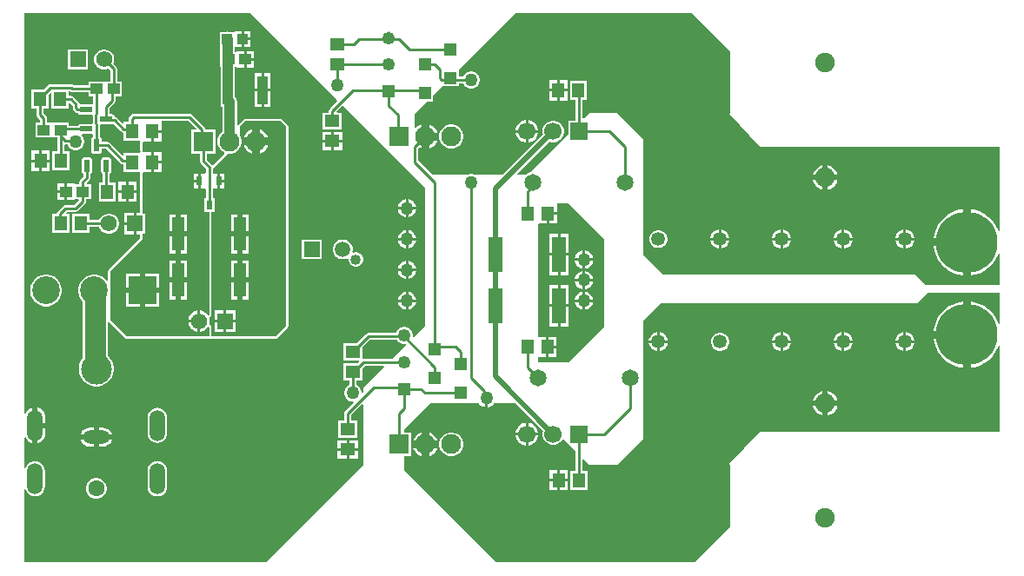
<source format=gbr>
%TF.GenerationSoftware,Altium Limited,Altium Designer,21.2.1 (34)*%
G04 Layer_Physical_Order=1*
G04 Layer_Color=255*
%FSLAX26Y26*%
%MOIN*%
%TF.SameCoordinates,2E7F18B9-7671-40DC-A7DD-494BE6684AB2*%
%TF.FilePolarity,Positive*%
%TF.FileFunction,Copper,L1,Top,Signal*%
%TF.Part,Single*%
G01*
G75*
%TA.AperFunction,SMDPad,CuDef*%
%ADD10R,0.049533X0.057564*%
G04:AMPARAMS|DCode=11|XSize=49.606mil|YSize=23.228mil|CornerRadius=2.904mil|HoleSize=0mil|Usage=FLASHONLY|Rotation=90.000|XOffset=0mil|YOffset=0mil|HoleType=Round|Shape=RoundedRectangle|*
%AMROUNDEDRECTD11*
21,1,0.049606,0.017421,0,0,90.0*
21,1,0.043799,0.023228,0,0,90.0*
1,1,0.005807,0.008711,0.021900*
1,1,0.005807,0.008711,-0.021900*
1,1,0.005807,-0.008711,-0.021900*
1,1,0.005807,-0.008711,0.021900*
%
%ADD11ROUNDEDRECTD11*%
%ADD12R,0.047500X0.041662*%
G04:AMPARAMS|DCode=13|XSize=49.606mil|YSize=23.228mil|CornerRadius=2.904mil|HoleSize=0mil|Usage=FLASHONLY|Rotation=0.000|XOffset=0mil|YOffset=0mil|HoleType=Round|Shape=RoundedRectangle|*
%AMROUNDEDRECTD13*
21,1,0.049606,0.017421,0,0,0.0*
21,1,0.043799,0.023228,0,0,0.0*
1,1,0.005807,0.021900,-0.008711*
1,1,0.005807,-0.021900,-0.008711*
1,1,0.005807,-0.021900,0.008711*
1,1,0.005807,0.021900,0.008711*
%
%ADD13ROUNDEDRECTD13*%
%ADD14R,0.039764X0.110630*%
%ADD15R,0.041339X0.039370*%
%ADD16R,0.045276X0.128740*%
%ADD17R,0.053470X0.138039*%
%ADD18R,0.047244X0.047244*%
%ADD19R,0.057564X0.049533*%
%ADD20R,0.023622X0.037402*%
%TA.AperFunction,Conductor*%
%ADD21C,0.010000*%
%ADD22C,0.039370*%
%ADD23C,0.078740*%
%ADD24C,0.020000*%
%TA.AperFunction,ComponentPad*%
%ADD25R,0.076181X0.076181*%
%ADD26C,0.076181*%
%ADD27R,0.049213X0.049213*%
%ADD28C,0.049213*%
%ADD29C,0.236220*%
%ADD30C,0.053150*%
%ADD31R,0.061811X0.061811*%
%ADD32C,0.061811*%
%ADD33C,0.106299*%
%ADD34R,0.106299X0.106299*%
%ADD35R,0.059843X0.059843*%
%ADD36C,0.059843*%
%ADD37C,0.040157*%
%ADD38R,0.066929X0.066929*%
%ADD39C,0.066929*%
%ADD40C,0.064961*%
%ADD41C,0.075000*%
%ADD42R,0.076378X0.076378*%
%ADD43C,0.076378*%
%ADD44C,0.062992*%
%ADD45O,0.059370X0.118740*%
%ADD46O,0.102992X0.051496*%
%ADD47C,0.118110*%
%TA.AperFunction,ViaPad*%
%ADD48C,0.050000*%
G36*
X2706693Y1958661D02*
Y1722675D01*
X2703186Y1719168D01*
X2819554Y1594488D01*
X3740157Y1594488D01*
X3740157Y1270377D01*
X3735157Y1269585D01*
X3732898Y1276539D01*
X3723743Y1294507D01*
X3711890Y1310820D01*
X3697631Y1325079D01*
X3681318Y1336932D01*
X3663350Y1346086D01*
X3644172Y1352318D01*
X3629174Y1354694D01*
Y1227362D01*
Y1100031D01*
X3644172Y1102407D01*
X3663350Y1108638D01*
X3681318Y1117793D01*
X3697631Y1129645D01*
X3711890Y1143904D01*
X3723743Y1160218D01*
X3732898Y1178185D01*
X3735157Y1185139D01*
X3740157Y1184348D01*
Y1062992D01*
X3454724Y1062992D01*
X3415354Y1102362D01*
X2450787Y1102362D01*
X2372047Y1181103D01*
Y1624016D01*
X2273622Y1722441D01*
X2165354D01*
X2145304Y1702391D01*
X2140684Y1704304D01*
Y1774368D01*
X2156813D01*
Y1847680D01*
X2091532D01*
Y1774368D01*
X2114432D01*
Y1694882D01*
X2086220D01*
Y1643307D01*
X1938662Y1495749D01*
X1933243Y1494297D01*
X1924041Y1488984D01*
X1921277Y1486221D01*
X1892541D01*
X1890628Y1490840D01*
X2014132Y1614344D01*
X2022116Y1612205D01*
X2033001D01*
X2043514Y1615022D01*
X2052941Y1620464D01*
X2060637Y1628161D01*
X2066079Y1637587D01*
X2068897Y1648101D01*
Y1658986D01*
X2066079Y1669499D01*
X2060637Y1678926D01*
X2052941Y1686622D01*
X2043514Y1692065D01*
X2033001Y1694882D01*
X2022116D01*
X2011602Y1692065D01*
X2002176Y1686622D01*
X1994479Y1678926D01*
X1989037Y1669499D01*
X1986220Y1658986D01*
Y1648101D01*
X1988359Y1640117D01*
X1834462Y1486220D01*
X1727203Y1486220D01*
X1725287Y1487327D01*
X1716926Y1489567D01*
X1708271D01*
X1699909Y1487327D01*
X1697994Y1486220D01*
X1564960Y1486220D01*
X1509189Y1541992D01*
Y1587476D01*
X1513572Y1591859D01*
X1518446Y1589045D01*
X1522008Y1588091D01*
Y1633858D01*
Y1679626D01*
X1518446Y1678671D01*
X1507480Y1672340D01*
X1501063Y1665924D01*
X1496063Y1667995D01*
Y1719168D01*
X1544612Y1767717D01*
X1566928D01*
Y1790033D01*
X1603667Y1826772D01*
X1665353D01*
Y1837267D01*
X1682217D01*
X1686293Y1830209D01*
X1692413Y1824088D01*
X1699909Y1819760D01*
X1708271Y1817520D01*
X1716926D01*
X1725287Y1819760D01*
X1732784Y1824088D01*
X1738904Y1830209D01*
X1743232Y1837705D01*
X1745472Y1846066D01*
Y1854722D01*
X1743232Y1863083D01*
X1738904Y1870579D01*
X1732784Y1876699D01*
X1725287Y1881027D01*
X1716926Y1883268D01*
X1708271D01*
X1699909Y1881027D01*
X1692413Y1876699D01*
X1686293Y1870579D01*
X1682217Y1863520D01*
X1665353D01*
Y1888458D01*
X1883194Y2106299D01*
X2559055D01*
X2706693Y1958661D01*
D02*
G37*
G36*
X3740158Y916045D02*
X3735158Y915253D01*
X3732898Y922209D01*
X3723743Y940176D01*
X3711890Y956490D01*
X3697631Y970749D01*
X3681318Y982601D01*
X3663350Y991756D01*
X3644172Y997987D01*
X3629174Y1000363D01*
Y873032D01*
Y745700D01*
X3644172Y748076D01*
X3663350Y754307D01*
X3681318Y763462D01*
X3697631Y775314D01*
X3711890Y789573D01*
X3723743Y805887D01*
X3732898Y823854D01*
X3735157Y830810D01*
X3740158Y830018D01*
X3740157Y501969D01*
X2819554Y501969D01*
X2703186Y377289D01*
X2706693Y373782D01*
Y137795D01*
X2568898Y0D01*
X2144268D01*
D01*
X1811024Y-0D01*
X1456693Y354331D01*
Y406791D01*
X1482972D01*
Y498720D01*
X1456693D01*
Y511811D01*
X1555118Y610236D01*
X1742604Y610236D01*
X1743647Y608431D01*
X1750163Y601914D01*
X1758144Y597307D01*
X1766653Y595026D01*
Y629921D01*
X1776653D01*
Y595026D01*
X1785163Y597307D01*
X1793144Y601914D01*
X1799660Y608431D01*
X1800703Y610236D01*
X1883676Y610236D01*
X1988360Y505552D01*
X1986221Y497568D01*
Y486684D01*
X1989038Y476170D01*
X1994480Y466743D01*
X2002177Y459047D01*
X2011603Y453605D01*
X2022117Y450787D01*
X2033001D01*
X2043515Y453605D01*
X2052941Y459047D01*
X2060638Y466743D01*
X2062973Y470787D01*
X2067930Y471440D01*
X2086221Y453149D01*
Y450787D01*
X2088583D01*
X2112858Y426512D01*
Y351617D01*
X2093344D01*
Y278305D01*
X2158625D01*
Y351617D01*
X2139110D01*
Y393727D01*
X2143730Y395640D01*
X2165354Y374016D01*
X2273622D01*
X2372047Y472441D01*
X2372047Y925197D01*
X2440945Y994094D01*
X3425197Y994095D01*
X3464567Y1033465D01*
X3740158Y1033465D01*
Y916045D01*
D02*
G37*
G36*
X866142Y2106299D02*
X1201348Y1771093D01*
X1171820Y1741565D01*
X1168975Y1737307D01*
X1167975Y1732284D01*
Y1725554D01*
X1144446D01*
Y1660273D01*
X1217758D01*
Y1725554D01*
X1200006D01*
X1197935Y1730554D01*
X1219911Y1752530D01*
X1535433Y1437008D01*
Y905512D01*
X1493845Y863924D01*
X1490440Y865293D01*
X1489172Y866322D01*
Y874355D01*
X1486959Y882616D01*
X1482683Y890022D01*
X1476636Y896069D01*
X1469229Y900346D01*
X1460968Y902559D01*
X1452416D01*
X1444155Y900346D01*
X1436749Y896069D01*
X1430701Y890022D01*
X1426425Y882616D01*
X1425528Y879268D01*
X1318897D01*
X1313873Y878269D01*
X1309615Y875423D01*
X1273919Y839727D01*
X1223186D01*
Y774446D01*
X1283049D01*
X1284963Y769827D01*
X1277935Y762798D01*
X1223186D01*
Y697518D01*
X1246716D01*
Y679987D01*
X1239657Y675912D01*
X1233537Y669791D01*
X1229209Y662295D01*
X1226968Y653934D01*
Y645278D01*
X1229209Y636917D01*
X1233537Y629421D01*
X1239657Y623301D01*
X1247154Y618973D01*
X1255515Y616732D01*
X1260388D01*
X1262459Y611732D01*
X1230875Y580148D01*
X1228030Y575889D01*
X1227030Y570866D01*
Y542640D01*
X1203501D01*
Y477359D01*
X1276813D01*
Y542640D01*
X1253283D01*
Y565429D01*
X1294593Y606739D01*
X1299213Y604826D01*
X1299213Y374016D01*
X925197Y0D01*
X0D01*
X-0Y280358D01*
X4746Y281376D01*
X8531Y272240D01*
X14551Y264394D01*
X22397Y258373D01*
X31534Y254589D01*
X41339Y253298D01*
X51143Y254589D01*
X60280Y258373D01*
X68126Y264394D01*
X74146Y272240D01*
X77931Y281376D01*
X79222Y291181D01*
Y350551D01*
X77931Y360356D01*
X74146Y369493D01*
X68126Y377339D01*
X60280Y383359D01*
X51143Y387144D01*
X41339Y388434D01*
X31534Y387144D01*
X22397Y383359D01*
X14551Y377339D01*
X8531Y369493D01*
X4746Y360356D01*
X-0Y361374D01*
Y374016D01*
Y478938D01*
X5000Y479933D01*
X6674Y475892D01*
X13035Y467602D01*
X21325Y461241D01*
X30979Y457242D01*
X31338Y457195D01*
Y525591D01*
Y593987D01*
X30979Y593939D01*
X21325Y589940D01*
X13035Y583579D01*
X6674Y575289D01*
X5000Y571248D01*
X-0Y572243D01*
X0Y2106299D01*
X866142Y2106299D01*
D02*
G37*
G36*
X1430701Y850135D02*
X1436749Y844088D01*
X1444155Y839812D01*
X1452416Y837598D01*
X1460449D01*
X1461478Y836331D01*
X1462847Y832925D01*
X1410764Y780843D01*
X1301416D01*
X1300363Y780633D01*
X1296498Y783805D01*
Y825179D01*
X1324334Y853015D01*
X1429039D01*
X1430701Y850135D01*
D02*
G37*
G36*
X2224409Y1240158D02*
Y905512D01*
X2086614Y767716D01*
X1968504D01*
Y784146D01*
X1971296Y787990D01*
X1973504Y787990D01*
X2001063D01*
Y826771D01*
Y865554D01*
X1973504D01*
X1971296Y865554D01*
X1968504Y869397D01*
Y1298843D01*
X1973108Y1299801D01*
X1973504Y1299801D01*
X2002874D01*
Y1338583D01*
X2007874D01*
Y1343583D01*
X2042640D01*
X2042641Y1377365D01*
X2047397Y1377953D01*
X2086614D01*
X2224409Y1240158D01*
D02*
G37*
G36*
X1379892Y749971D02*
X1299213Y669291D01*
Y651782D01*
X1297716Y650775D01*
X1292716Y653437D01*
Y653934D01*
X1290476Y662295D01*
X1286148Y669791D01*
X1280028Y675912D01*
X1272969Y679987D01*
Y697518D01*
X1296498D01*
Y744235D01*
X1306853Y754590D01*
X1377979D01*
X1379892Y749971D01*
D02*
G37*
%LPC*%
G36*
X2082011Y1849806D02*
X2052244D01*
Y1816024D01*
X2082011D01*
Y1849806D01*
D02*
G37*
G36*
X2042244D02*
X2012478D01*
Y1816024D01*
X2042244D01*
Y1849806D01*
D02*
G37*
G36*
X2082011Y1806024D02*
X2052244D01*
Y1772242D01*
X2082011D01*
Y1806024D01*
D02*
G37*
G36*
X2042244D02*
X2012478D01*
Y1772242D01*
X2042244D01*
Y1806024D01*
D02*
G37*
G36*
X1933280Y1697008D02*
X1932558D01*
Y1658544D01*
X1971023D01*
Y1659266D01*
X1968061Y1670320D01*
X1962339Y1680231D01*
X1954246Y1688324D01*
X1944335Y1694046D01*
X1933280Y1697008D01*
D02*
G37*
G36*
X1922558D02*
X1921836D01*
X1910782Y1694046D01*
X1900870Y1688324D01*
X1892778Y1680231D01*
X1887056Y1670320D01*
X1884094Y1659266D01*
Y1658544D01*
X1922558D01*
Y1697008D01*
D02*
G37*
G36*
X1552008Y1679626D02*
Y1648858D01*
X1582776D01*
X1581821Y1652421D01*
X1575490Y1663387D01*
X1566536Y1672340D01*
X1555570Y1678671D01*
X1552008Y1679626D01*
D02*
G37*
G36*
X1971023Y1648544D02*
X1932558D01*
Y1610079D01*
X1933280D01*
X1944335Y1613041D01*
X1954246Y1618763D01*
X1962339Y1626855D01*
X1968061Y1636767D01*
X1971023Y1647821D01*
Y1648544D01*
D02*
G37*
G36*
X1922558D02*
X1884094D01*
Y1647821D01*
X1887056Y1636767D01*
X1892778Y1626855D01*
X1900870Y1618763D01*
X1910782Y1613041D01*
X1921836Y1610079D01*
X1922558D01*
Y1648544D01*
D02*
G37*
G36*
X1582776Y1618858D02*
X1552008D01*
Y1588091D01*
X1555570Y1589045D01*
X1566536Y1595376D01*
X1575490Y1604330D01*
X1581821Y1615296D01*
X1582776Y1618858D01*
D02*
G37*
G36*
X1643059Y1679823D02*
X1630957D01*
X1619266Y1676690D01*
X1608785Y1670639D01*
X1600227Y1662081D01*
X1594176Y1651600D01*
X1591043Y1639910D01*
Y1627807D01*
X1594176Y1616117D01*
X1600227Y1605636D01*
X1608785Y1597078D01*
X1619266Y1591026D01*
X1630957Y1587894D01*
X1643059D01*
X1654749Y1591026D01*
X1665231Y1597078D01*
X1673789Y1605636D01*
X1679840Y1616117D01*
X1682972Y1627807D01*
Y1639910D01*
X1679840Y1651600D01*
X1673789Y1662081D01*
X1665231Y1670639D01*
X1654749Y1676690D01*
X1643059Y1679823D01*
D02*
G37*
G36*
X3080865Y1522874D02*
Y1486378D01*
X3117361D01*
X3115128Y1494712D01*
X3108875Y1505544D01*
X3100031Y1514387D01*
X3089200Y1520641D01*
X3080865Y1522874D01*
D02*
G37*
G36*
X3060865Y1522874D02*
X3052531Y1520641D01*
X3041700Y1514387D01*
X3032856Y1505544D01*
X3026602Y1494712D01*
X3024369Y1486378D01*
X3060865D01*
Y1522874D01*
D02*
G37*
G36*
X3117362Y1466378D02*
X3080865D01*
Y1429882D01*
X3089200Y1432115D01*
X3100031Y1438368D01*
X3108875Y1447212D01*
X3115128Y1458044D01*
X3117362Y1466378D01*
D02*
G37*
G36*
X3060865D02*
X3024369D01*
X3026602Y1458044D01*
X3032856Y1447212D01*
X3041700Y1438368D01*
X3052531Y1432115D01*
X3060865Y1429882D01*
Y1466378D01*
D02*
G37*
G36*
X3380984Y1276683D02*
Y1245158D01*
X3412510D01*
X3410067Y1254275D01*
X3405251Y1262615D01*
X3398442Y1269425D01*
X3390102Y1274240D01*
X3380984Y1276683D01*
D02*
G37*
G36*
X3370984D02*
X3361867Y1274240D01*
X3353527Y1269425D01*
X3346717Y1262615D01*
X3341902Y1254275D01*
X3339459Y1245158D01*
X3370984D01*
Y1276683D01*
D02*
G37*
G36*
X3144764D02*
Y1245158D01*
X3176289D01*
X3173846Y1254275D01*
X3169031Y1262615D01*
X3162221Y1269425D01*
X3153881Y1274240D01*
X3144764Y1276683D01*
D02*
G37*
G36*
X3134764D02*
X3125646Y1274240D01*
X3117306Y1269425D01*
X3110497Y1262615D01*
X3105682Y1254275D01*
X3103238Y1245158D01*
X3134764D01*
Y1276683D01*
D02*
G37*
G36*
X2908544Y1276683D02*
Y1245158D01*
X2940069D01*
X2937626Y1254275D01*
X2932810Y1262615D01*
X2926001Y1269425D01*
X2917661Y1274240D01*
X2908544Y1276683D01*
D02*
G37*
G36*
X2898544Y1276683D02*
X2889426Y1274240D01*
X2881086Y1269425D01*
X2874276Y1262615D01*
X2869461Y1254275D01*
X2867018Y1245158D01*
X2898544D01*
Y1276683D01*
D02*
G37*
G36*
X2672323Y1276683D02*
Y1245157D01*
X2703848D01*
X2701405Y1254275D01*
X2696590Y1262615D01*
X2689780Y1269425D01*
X2681440Y1274240D01*
X2672323Y1276683D01*
D02*
G37*
G36*
X2662323Y1276683D02*
X2653206Y1274240D01*
X2644865Y1269425D01*
X2638056Y1262615D01*
X2633240Y1254275D01*
X2630798Y1245157D01*
X2662323D01*
Y1276683D01*
D02*
G37*
G36*
X3599174Y1354694D02*
X3584174Y1352318D01*
X3564996Y1346086D01*
X3547029Y1336932D01*
X3530715Y1325079D01*
X3516456Y1310820D01*
X3504604Y1294507D01*
X3495449Y1276539D01*
X3489218Y1257361D01*
X3486842Y1242362D01*
X3599174D01*
Y1354694D01*
D02*
G37*
G36*
X2435638Y1274606D02*
X2426567D01*
X2417806Y1272259D01*
X2409950Y1267723D01*
X2403537Y1261310D01*
X2399001Y1253454D01*
X2396654Y1244693D01*
Y1235622D01*
X2399001Y1226861D01*
X2403537Y1219005D01*
X2409950Y1212592D01*
X2417806Y1208056D01*
X2426567Y1205709D01*
X2435638D01*
X2444399Y1208056D01*
X2452255Y1212592D01*
X2458668Y1219005D01*
X2463204Y1226861D01*
X2465551Y1235622D01*
Y1244693D01*
X2463204Y1253454D01*
X2458668Y1261310D01*
X2452255Y1267723D01*
X2444399Y1272259D01*
X2435638Y1274606D01*
D02*
G37*
G36*
X2703848Y1235157D02*
X2672323D01*
Y1203632D01*
X2681440Y1206075D01*
X2689780Y1210890D01*
X2696590Y1217700D01*
X2701405Y1226040D01*
X2703848Y1235157D01*
D02*
G37*
G36*
X2940069Y1235158D02*
X2908544D01*
Y1203632D01*
X2917661Y1206075D01*
X2926001Y1210890D01*
X2932810Y1217700D01*
X2937626Y1226040D01*
X2940069Y1235158D01*
D02*
G37*
G36*
X3176289Y1235158D02*
X3144764D01*
Y1203632D01*
X3153881Y1206075D01*
X3162221Y1210890D01*
X3169031Y1217700D01*
X3173846Y1226040D01*
X3176289Y1235158D01*
D02*
G37*
G36*
X3412510Y1235158D02*
X3380984D01*
Y1203632D01*
X3390102Y1206075D01*
X3398442Y1210890D01*
X3405251Y1217700D01*
X3410067Y1226040D01*
X3412510Y1235158D01*
D02*
G37*
G36*
X3370984D02*
X3339459D01*
X3341902Y1226040D01*
X3346717Y1217700D01*
X3353527Y1210890D01*
X3361867Y1206075D01*
X3370984Y1203632D01*
Y1235158D01*
D02*
G37*
G36*
X3134764Y1235158D02*
X3103238D01*
X3105682Y1226040D01*
X3110497Y1217700D01*
X3117306Y1210890D01*
X3125646Y1206075D01*
X3134764Y1203632D01*
Y1235158D01*
D02*
G37*
G36*
X2898544Y1235158D02*
X2867018D01*
X2869461Y1226040D01*
X2874276Y1217700D01*
X2881086Y1210890D01*
X2889426Y1206075D01*
X2898544Y1203632D01*
Y1235158D01*
D02*
G37*
G36*
X2662323Y1235157D02*
X2630798D01*
X2633240Y1226040D01*
X2638056Y1217700D01*
X2644865Y1210890D01*
X2653206Y1206075D01*
X2662323Y1203632D01*
Y1235157D01*
D02*
G37*
G36*
X3599174Y1212362D02*
X3486842D01*
X3489218Y1197363D01*
X3495449Y1178185D01*
X3504604Y1160218D01*
X3516456Y1143904D01*
X3530715Y1129645D01*
X3547029Y1117793D01*
X3564996Y1108638D01*
X3584174Y1102407D01*
X3599174Y1100031D01*
Y1212362D01*
D02*
G37*
G36*
Y1000363D02*
X3584174Y997987D01*
X3564996Y991756D01*
X3547029Y982601D01*
X3530715Y970749D01*
X3516456Y956490D01*
X3504604Y940176D01*
X3495449Y922209D01*
X3489218Y903031D01*
X3486842Y888032D01*
X3599174D01*
Y1000363D01*
D02*
G37*
G36*
X2436102Y882982D02*
Y851457D01*
X2467628D01*
X2465185Y860574D01*
X2460369Y868914D01*
X2453560Y875724D01*
X2445220Y880539D01*
X2436102Y882982D01*
D02*
G37*
G36*
X2426102D02*
X2416985Y880539D01*
X2408645Y875724D01*
X2401835Y868914D01*
X2397020Y860574D01*
X2394577Y851457D01*
X2426102D01*
Y882982D01*
D02*
G37*
G36*
X3380984D02*
Y851457D01*
X3412510D01*
X3410067Y860574D01*
X3405251Y868914D01*
X3398442Y875724D01*
X3390102Y880539D01*
X3380984Y882982D01*
D02*
G37*
G36*
X3370984D02*
X3361867Y880539D01*
X3353527Y875724D01*
X3346717Y868914D01*
X3341902Y860574D01*
X3339459Y851457D01*
X3370984D01*
Y882982D01*
D02*
G37*
G36*
X3144764D02*
Y851457D01*
X3176289D01*
X3173846Y860574D01*
X3169031Y868914D01*
X3162221Y875724D01*
X3153881Y880539D01*
X3144764Y882982D01*
D02*
G37*
G36*
X3134764D02*
X3125646Y880539D01*
X3117306Y875724D01*
X3110497Y868914D01*
X3105682Y860574D01*
X3103238Y851457D01*
X3134764D01*
Y882982D01*
D02*
G37*
G36*
X2908544Y882982D02*
Y851457D01*
X2940069D01*
X2937626Y860574D01*
X2932810Y868914D01*
X2926001Y875724D01*
X2917661Y880539D01*
X2908544Y882982D01*
D02*
G37*
G36*
X2898544Y882982D02*
X2889426Y880539D01*
X2881086Y875724D01*
X2874276Y868914D01*
X2869461Y860574D01*
X2867018Y851457D01*
X2898544D01*
Y882982D01*
D02*
G37*
G36*
X2671858Y880905D02*
X2662787D01*
X2654026Y878558D01*
X2646171Y874023D01*
X2639757Y867609D01*
X2635222Y859754D01*
X2632874Y850992D01*
Y841921D01*
X2635222Y833160D01*
X2639757Y825305D01*
X2646171Y818891D01*
X2654026Y814356D01*
X2662787Y812008D01*
X2671858D01*
X2680620Y814356D01*
X2688475Y818891D01*
X2694889Y825305D01*
X2699424Y833160D01*
X2701772Y841921D01*
Y850992D01*
X2699424Y859754D01*
X2694889Y867609D01*
X2688475Y874023D01*
X2680620Y878558D01*
X2671858Y880905D01*
D02*
G37*
G36*
X2940069Y841457D02*
X2908544D01*
Y809932D01*
X2917661Y812374D01*
X2926001Y817190D01*
X2932810Y823999D01*
X2937626Y832339D01*
X2940069Y841457D01*
D02*
G37*
G36*
X3176289Y841457D02*
X3144764D01*
Y809931D01*
X3153881Y812374D01*
X3162221Y817190D01*
X3169031Y823999D01*
X3173846Y832339D01*
X3176289Y841457D01*
D02*
G37*
G36*
X2426102Y841457D02*
X2394577D01*
X2397020Y832339D01*
X2401835Y823999D01*
X2408645Y817190D01*
X2416985Y812374D01*
X2426102Y809931D01*
Y841457D01*
D02*
G37*
G36*
X3412510Y841457D02*
X3380984D01*
Y809931D01*
X3390102Y812374D01*
X3398442Y817190D01*
X3405251Y823999D01*
X3410067Y832339D01*
X3412510Y841457D01*
D02*
G37*
G36*
X3370984D02*
X3339459D01*
X3341902Y832339D01*
X3346717Y823999D01*
X3353527Y817190D01*
X3361867Y812374D01*
X3370984Y809931D01*
Y841457D01*
D02*
G37*
G36*
X2467628Y841457D02*
X2436102D01*
Y809931D01*
X2445220Y812374D01*
X2453560Y817190D01*
X2460369Y823999D01*
X2465185Y832339D01*
X2467628Y841457D01*
D02*
G37*
G36*
X3134764Y841457D02*
X3103238D01*
X3105682Y832339D01*
X3110497Y823999D01*
X3117306Y817190D01*
X3125646Y812374D01*
X3134764Y809931D01*
Y841457D01*
D02*
G37*
G36*
X2898544Y841457D02*
X2867018D01*
X2869461Y832339D01*
X2874276Y823999D01*
X2881086Y817190D01*
X2889426Y812374D01*
X2898544Y809931D01*
Y841457D01*
D02*
G37*
G36*
X3599174Y858032D02*
X3486842D01*
X3489218Y843032D01*
X3495449Y823854D01*
X3504604Y805887D01*
X3516456Y789573D01*
X3530715Y775314D01*
X3547029Y763462D01*
X3564996Y754307D01*
X3584174Y748076D01*
X3599174Y745700D01*
Y858032D01*
D02*
G37*
G36*
X3080865Y656732D02*
Y620236D01*
X3117361D01*
X3115128Y628571D01*
X3108875Y639402D01*
X3100031Y648246D01*
X3089200Y654499D01*
X3080865Y656732D01*
D02*
G37*
G36*
X3060865D02*
X3052531Y654499D01*
X3041700Y648246D01*
X3032856Y639402D01*
X3026602Y628571D01*
X3024369Y620236D01*
X3060865D01*
Y656732D01*
D02*
G37*
G36*
X3117361Y600236D02*
X3080865D01*
Y563740D01*
X3089200Y565973D01*
X3100031Y572227D01*
X3108875Y581071D01*
X3115128Y591902D01*
X3117361Y600236D01*
D02*
G37*
G36*
X3060865D02*
X3024369D01*
X3026602Y591902D01*
X3032856Y581071D01*
X3041700Y572227D01*
X3052531Y565973D01*
X3060865Y563740D01*
Y600236D01*
D02*
G37*
G36*
X1933281Y535590D02*
X1932559D01*
Y497126D01*
X1971024D01*
Y497848D01*
X1968062Y508903D01*
X1962339Y518814D01*
X1954247Y526906D01*
X1944336Y532628D01*
X1933281Y535590D01*
D02*
G37*
G36*
X1922559D02*
X1921837D01*
X1910782Y532628D01*
X1900871Y526906D01*
X1892779Y518814D01*
X1887057Y508903D01*
X1884095Y497848D01*
Y497126D01*
X1922559D01*
Y535590D01*
D02*
G37*
G36*
X1552008Y498524D02*
Y467756D01*
X1582776D01*
X1581821Y471318D01*
X1575490Y482284D01*
X1566536Y491238D01*
X1555570Y497569D01*
X1552008Y498524D01*
D02*
G37*
G36*
X1522008D02*
X1518446Y497569D01*
X1507480Y491238D01*
X1498526Y482284D01*
X1492195Y471318D01*
X1491240Y467756D01*
X1522008D01*
Y498524D01*
D02*
G37*
G36*
X1971024Y487126D02*
X1932559D01*
Y448661D01*
X1933281D01*
X1944336Y451623D01*
X1954247Y457346D01*
X1962339Y465438D01*
X1968062Y475349D01*
X1971024Y486404D01*
Y487126D01*
D02*
G37*
G36*
X1922559D02*
X1884095D01*
Y486404D01*
X1887057Y475349D01*
X1892779Y465438D01*
X1900871Y457346D01*
X1910782Y451623D01*
X1921837Y448661D01*
X1922559D01*
Y487126D01*
D02*
G37*
G36*
X1582776Y437756D02*
X1552008D01*
Y406988D01*
X1555570Y407943D01*
X1566536Y414274D01*
X1575490Y423228D01*
X1581821Y434194D01*
X1582776Y437756D01*
D02*
G37*
G36*
X1522008D02*
X1491240D01*
X1492195Y434194D01*
X1498526Y423228D01*
X1507480Y414274D01*
X1518446Y407943D01*
X1522008Y406988D01*
Y437756D01*
D02*
G37*
G36*
X1643059Y498720D02*
X1630957D01*
X1619266Y495588D01*
X1608785Y489537D01*
X1600227Y480979D01*
X1594176Y470498D01*
X1591043Y458807D01*
Y446705D01*
X1594176Y435014D01*
X1600227Y424533D01*
X1608785Y415975D01*
X1619266Y409924D01*
X1630957Y406791D01*
X1643059D01*
X1654749Y409924D01*
X1665231Y415975D01*
X1673789Y424533D01*
X1679840Y435014D01*
X1682972Y446705D01*
Y458807D01*
X1679840Y470498D01*
X1673789Y480979D01*
X1665231Y489537D01*
X1654749Y495588D01*
X1643059Y498720D01*
D02*
G37*
G36*
X2083822Y353743D02*
X2054056D01*
Y319961D01*
X2083822D01*
Y353743D01*
D02*
G37*
G36*
X2044056D02*
X2014289D01*
Y319961D01*
X2044056D01*
Y353743D01*
D02*
G37*
G36*
X2083822Y309961D02*
X2054056D01*
Y276178D01*
X2083822D01*
Y309961D01*
D02*
G37*
G36*
X2044056D02*
X2014289D01*
Y276178D01*
X2044056D01*
Y309961D01*
D02*
G37*
G36*
X831614Y2037559D02*
X805945D01*
Y2035433D01*
X780349D01*
X778543Y2035671D01*
X777559D01*
X775753Y2035433D01*
X749016D01*
Y1980315D01*
X750746D01*
Y1930280D01*
X750778Y1930044D01*
Y1900429D01*
X751731D01*
Y1811024D01*
Y1775591D01*
X751772Y1775280D01*
Y1747835D01*
X759605D01*
Y1651314D01*
X759118Y1651033D01*
X750542Y1642457D01*
X744478Y1631953D01*
X741339Y1620237D01*
Y1608109D01*
X744478Y1596393D01*
X750542Y1585890D01*
X759118Y1577314D01*
X766960Y1572786D01*
X768042Y1566798D01*
X724885Y1523640D01*
X718448Y1524274D01*
X717943Y1525030D01*
X700528Y1542445D01*
Y1568110D01*
X733465D01*
Y1660236D01*
X694142D01*
Y1661504D01*
X693142Y1666527D01*
X690297Y1670786D01*
X643773Y1717310D01*
X639515Y1720155D01*
X634491Y1721155D01*
X419244D01*
X414221Y1720155D01*
X409962Y1717310D01*
X404104Y1711452D01*
X401259Y1707194D01*
X400260Y1702170D01*
Y1690199D01*
X380745D01*
Y1686674D01*
X376126Y1684760D01*
X355810Y1705076D01*
X351552Y1707921D01*
X347357Y1708755D01*
X346584Y1712643D01*
X344202Y1716208D01*
X340637Y1718590D01*
X336432Y1719426D01*
X327658D01*
Y1743511D01*
X345074Y1760926D01*
X347919Y1765185D01*
X348918Y1770208D01*
Y1787164D01*
X373389D01*
Y1844574D01*
X354891D01*
Y1893274D01*
X353892Y1898298D01*
X351046Y1902556D01*
X341089Y1912514D01*
X342042Y1914166D01*
X344685Y1924028D01*
Y1934239D01*
X342042Y1944102D01*
X336937Y1952945D01*
X329717Y1960165D01*
X320874Y1965271D01*
X311011Y1967913D01*
X300800D01*
X290937Y1965271D01*
X282094Y1960165D01*
X274874Y1952945D01*
X269769Y1944102D01*
X267126Y1934239D01*
Y1924028D01*
X269769Y1914166D01*
X274874Y1905323D01*
X282094Y1898103D01*
X290937Y1892997D01*
X300800Y1890354D01*
X311011D01*
X320874Y1892997D01*
X322525Y1893951D01*
X328639Y1887837D01*
Y1844574D01*
X310141D01*
Y1844574D01*
X308361D01*
Y1844574D01*
X245113D01*
Y1828995D01*
X189711D01*
X189144Y1829562D01*
X184885Y1832408D01*
X179862Y1833407D01*
X99968D01*
X94945Y1832408D01*
X90686Y1829562D01*
X74279Y1813155D01*
X27561D01*
Y1739843D01*
X47075D01*
Y1717444D01*
X48074Y1712420D01*
X50920Y1708162D01*
X60787Y1698294D01*
Y1687093D01*
X42289D01*
Y1629683D01*
X105537D01*
Y1629683D01*
X107318D01*
Y1629683D01*
X125815D01*
Y1576934D01*
X106301D01*
Y1503622D01*
X171582D01*
Y1576934D01*
X152068D01*
Y1599834D01*
X155933Y1603006D01*
X156850Y1602823D01*
X165858D01*
X166217Y1601484D01*
X170545Y1593988D01*
X176665Y1587867D01*
X184161Y1583540D01*
X192523Y1581299D01*
X201178D01*
X209539Y1583540D01*
X217036Y1587867D01*
X223156Y1593988D01*
X227484Y1601484D01*
X229724Y1609845D01*
Y1618501D01*
X227484Y1626862D01*
X223156Y1634358D01*
X219888Y1637626D01*
X221959Y1642626D01*
X259266D01*
X263611Y1638392D01*
Y1631244D01*
X260256Y1629003D01*
X257874Y1625438D01*
X257038Y1621233D01*
Y1577434D01*
X257874Y1573228D01*
X260256Y1569664D01*
X263821Y1567282D01*
X268026Y1566445D01*
X285447D01*
X289652Y1567282D01*
X293217Y1569664D01*
X295599Y1573228D01*
X296436Y1577434D01*
Y1586207D01*
X313537D01*
X368748Y1530996D01*
X373006Y1528151D01*
X378029Y1527152D01*
X380745D01*
Y1498777D01*
X441261D01*
X442817Y1497671D01*
X443235Y1497250D01*
X443661Y1496612D01*
X444914Y1493777D01*
X444912Y1493735D01*
X444728Y1492807D01*
Y1340118D01*
X429016D01*
Y1299212D01*
Y1258307D01*
X444728D01*
Y1243483D01*
X322762Y1121518D01*
X321022Y1118913D01*
X320411Y1115841D01*
X320411Y1082896D01*
X315626Y1081445D01*
X315117Y1082207D01*
X306617Y1090707D01*
X296622Y1097386D01*
X285516Y1101986D01*
X273727Y1104331D01*
X261706D01*
X249917Y1101986D01*
X238811Y1097386D01*
X228816Y1090707D01*
X220316Y1082207D01*
X213638Y1072213D01*
X209038Y1061107D01*
X206693Y1049317D01*
Y1037297D01*
X209038Y1025507D01*
X213638Y1014402D01*
X220316Y1004407D01*
X224002Y1000721D01*
Y785189D01*
X223603Y784791D01*
X216279Y773829D01*
X211233Y761649D01*
X208661Y748718D01*
Y735534D01*
X211233Y722604D01*
X216279Y710423D01*
X223603Y699461D01*
X232926Y690139D01*
X243888Y682814D01*
X256068Y677769D01*
X268999Y675197D01*
X282182D01*
X295113Y677769D01*
X307293Y682814D01*
X318255Y690139D01*
X327578Y699461D01*
X334902Y710423D01*
X339947Y722604D01*
X342520Y735534D01*
Y748718D01*
X339947Y761649D01*
X334902Y773829D01*
X327578Y784791D01*
X319305Y793063D01*
Y922112D01*
X324305Y924183D01*
X388024Y860465D01*
X390629Y858724D01*
X393701Y858113D01*
X708661Y858113D01*
X711734Y858724D01*
X712676Y859354D01*
X713617Y858724D01*
X716690Y858113D01*
X964566Y858114D01*
X964567Y858113D01*
X967639Y858725D01*
X970244Y860465D01*
X1009614Y899835D01*
X1011354Y902439D01*
X1011965Y905512D01*
Y1673228D01*
X1011354Y1676301D01*
X1009614Y1678905D01*
X989929Y1698590D01*
X989929Y1698590D01*
X987324Y1700331D01*
X984252Y1700942D01*
X846457D01*
X843385Y1700331D01*
X840780Y1698590D01*
X840780Y1698590D01*
X821095Y1678905D01*
X820198Y1677564D01*
X815198Y1679080D01*
Y1767716D01*
X814251Y1774911D01*
X811474Y1781615D01*
X807324Y1787023D01*
Y1811024D01*
Y1900429D01*
X813680D01*
Y1898303D01*
X842430D01*
Y1929134D01*
Y1959965D01*
X813680D01*
Y1957839D01*
X806340D01*
Y1978189D01*
X831614D01*
Y2007874D01*
Y2037559D01*
D02*
G37*
G36*
X867283D02*
X841614D01*
Y2012874D01*
X867283D01*
Y2037559D01*
D02*
G37*
G36*
Y2002874D02*
X841614D01*
Y1978189D01*
X867283D01*
Y2002874D01*
D02*
G37*
G36*
X881180Y1959965D02*
X852430D01*
Y1934134D01*
X881180D01*
Y1959965D01*
D02*
G37*
G36*
Y1924134D02*
X852430D01*
Y1898303D01*
X881180D01*
Y1924134D01*
D02*
G37*
G36*
X244685Y1967913D02*
X167126D01*
Y1890354D01*
X244685D01*
Y1967913D01*
D02*
G37*
G36*
X943268Y1876339D02*
X918386D01*
Y1816024D01*
X943268D01*
Y1876339D01*
D02*
G37*
G36*
X908386D02*
X883504D01*
Y1816024D01*
X908386D01*
Y1876339D01*
D02*
G37*
G36*
X943268Y1806024D02*
X918386D01*
Y1745709D01*
X943268D01*
Y1806024D01*
D02*
G37*
G36*
X908386D02*
X883504D01*
Y1745709D01*
X908386D01*
Y1806024D01*
D02*
G37*
G36*
X1219884Y1650751D02*
X1186102D01*
Y1620985D01*
X1219884D01*
Y1650751D01*
D02*
G37*
G36*
X1176102D02*
X1142320D01*
Y1620985D01*
X1176102D01*
Y1650751D01*
D02*
G37*
G36*
X1219884Y1610985D02*
X1186102D01*
Y1581218D01*
X1219884D01*
Y1610985D01*
D02*
G37*
G36*
X1176102D02*
X1142320D01*
Y1581218D01*
X1176102D01*
Y1610985D01*
D02*
G37*
G36*
X96779Y1579060D02*
X67013D01*
Y1545278D01*
X96779D01*
Y1579060D01*
D02*
G37*
G36*
X57013D02*
X27246D01*
Y1545278D01*
X57013D01*
Y1579060D01*
D02*
G37*
G36*
X96779Y1535278D02*
X67013D01*
Y1501496D01*
X96779D01*
Y1535278D01*
D02*
G37*
G36*
X57013D02*
X27246D01*
Y1501496D01*
X57013D01*
Y1535278D01*
D02*
G37*
G36*
X248046Y1555056D02*
X230625D01*
X226419Y1554219D01*
X222854Y1551838D01*
X220472Y1548273D01*
X219636Y1544067D01*
Y1500268D01*
X220472Y1496063D01*
X222854Y1492498D01*
X226209Y1490257D01*
Y1480344D01*
X214373Y1468508D01*
X211528Y1464250D01*
X210529Y1459227D01*
Y1450873D01*
X192377D01*
Y1452999D01*
X163626D01*
Y1422168D01*
Y1391337D01*
X192377D01*
Y1393463D01*
X206411D01*
X208482Y1388463D01*
X191413Y1371394D01*
X157480D01*
X152457Y1370395D01*
X148199Y1367549D01*
X128514Y1347864D01*
X125668Y1343606D01*
X124669Y1338583D01*
Y1335869D01*
X106966D01*
Y1262556D01*
X172247D01*
Y1335869D01*
X160177D01*
X158264Y1340488D01*
X162917Y1345141D01*
X196850D01*
X201874Y1346141D01*
X206132Y1348986D01*
X232936Y1375790D01*
X235782Y1380049D01*
X236781Y1385072D01*
Y1393463D01*
X255279D01*
Y1450873D01*
X240935D01*
X238864Y1455873D01*
X248617Y1465626D01*
X251462Y1469884D01*
X252461Y1474907D01*
Y1490257D01*
X255816Y1492498D01*
X258198Y1496063D01*
X259034Y1500268D01*
Y1544067D01*
X258198Y1548273D01*
X255816Y1551838D01*
X252251Y1554219D01*
X248046Y1555056D01*
D02*
G37*
G36*
X429613Y1460950D02*
X399847D01*
Y1427168D01*
X429613D01*
Y1460950D01*
D02*
G37*
G36*
X389847D02*
X360080D01*
Y1427168D01*
X389847D01*
Y1460950D01*
D02*
G37*
G36*
X153626Y1452999D02*
X124876D01*
Y1427168D01*
X153626D01*
Y1452999D01*
D02*
G37*
G36*
Y1417168D02*
X124876D01*
Y1391337D01*
X153626D01*
Y1417168D01*
D02*
G37*
G36*
X322849Y1555056D02*
X305428D01*
X301223Y1554219D01*
X297658Y1551838D01*
X295276Y1548273D01*
X294439Y1544067D01*
Y1500268D01*
X295276Y1496063D01*
X297658Y1492498D01*
X301012Y1490257D01*
Y1458824D01*
X285278D01*
Y1385512D01*
X350559D01*
Y1458824D01*
X327264D01*
Y1490257D01*
X330619Y1492498D01*
X333001Y1496063D01*
X333837Y1500268D01*
Y1544067D01*
X333001Y1548273D01*
X330619Y1551838D01*
X327054Y1554219D01*
X322849Y1555056D01*
D02*
G37*
G36*
X429613Y1417168D02*
X399847D01*
Y1383386D01*
X429613D01*
Y1417168D01*
D02*
G37*
G36*
X389847D02*
X360080D01*
Y1383386D01*
X389847D01*
Y1417168D01*
D02*
G37*
G36*
X1471693Y1393163D02*
Y1363268D01*
X1501588D01*
X1499308Y1371777D01*
X1494700Y1379758D01*
X1488183Y1386275D01*
X1480202Y1390882D01*
X1471693Y1393163D01*
D02*
G37*
G36*
X1461693D02*
X1453183Y1390882D01*
X1445202Y1386275D01*
X1438686Y1379758D01*
X1434078Y1371777D01*
X1431798Y1363268D01*
X1461693D01*
Y1393163D01*
D02*
G37*
G36*
X1501588Y1353268D02*
X1471693D01*
Y1323373D01*
X1480202Y1325653D01*
X1488183Y1330261D01*
X1494700Y1336777D01*
X1499308Y1344758D01*
X1501588Y1353268D01*
D02*
G37*
G36*
X1461693D02*
X1431798D01*
X1434078Y1344758D01*
X1438686Y1336777D01*
X1445202Y1330261D01*
X1453183Y1325653D01*
X1461693Y1323373D01*
Y1353268D01*
D02*
G37*
G36*
X329121Y1337992D02*
X318910D01*
X309047Y1335349D01*
X300204Y1330244D01*
X292984Y1323024D01*
X287879Y1314181D01*
X287385Y1312339D01*
X249176D01*
Y1335869D01*
X183895D01*
Y1262556D01*
X249176D01*
Y1286086D01*
X287385D01*
X287879Y1284244D01*
X292984Y1275401D01*
X300204Y1268181D01*
X309047Y1263076D01*
X318910Y1260433D01*
X329121D01*
X338984Y1263076D01*
X347827Y1268181D01*
X355047Y1275401D01*
X360152Y1284244D01*
X362795Y1294107D01*
Y1304318D01*
X360152Y1314181D01*
X355047Y1323024D01*
X347827Y1330244D01*
X338984Y1335349D01*
X329121Y1337992D01*
D02*
G37*
G36*
X419016Y1340118D02*
X383110D01*
Y1304212D01*
X419016D01*
Y1340118D01*
D02*
G37*
G36*
Y1294212D02*
X383110D01*
Y1258307D01*
X419016D01*
Y1294212D01*
D02*
G37*
G36*
X1471693Y1275052D02*
Y1245158D01*
X1501588D01*
X1499308Y1253667D01*
X1494700Y1261648D01*
X1488183Y1268165D01*
X1480202Y1272772D01*
X1471693Y1275052D01*
D02*
G37*
G36*
X1461693D02*
X1453183Y1272772D01*
X1445202Y1268165D01*
X1438686Y1261648D01*
X1434078Y1253667D01*
X1431798Y1245158D01*
X1461693D01*
Y1275052D01*
D02*
G37*
G36*
X1501588Y1235158D02*
X1471693D01*
Y1205263D01*
X1480202Y1207543D01*
X1488183Y1212150D01*
X1494700Y1218667D01*
X1499308Y1226648D01*
X1501588Y1235158D01*
D02*
G37*
G36*
X1461693D02*
X1431798D01*
X1434078Y1226648D01*
X1438686Y1218667D01*
X1445202Y1212150D01*
X1453183Y1207543D01*
X1461693Y1205263D01*
Y1235158D01*
D02*
G37*
G36*
X1140157Y1238583D02*
X1064566D01*
Y1162992D01*
X1140157D01*
Y1238583D01*
D02*
G37*
G36*
X1225447D02*
X1215496D01*
X1205883Y1236007D01*
X1197265Y1231031D01*
X1190228Y1223994D01*
X1185252Y1215376D01*
X1182676Y1205763D01*
Y1195812D01*
X1185252Y1186199D01*
X1190228Y1177581D01*
X1197265Y1170544D01*
X1205883Y1165568D01*
X1215496Y1162992D01*
X1225447D01*
X1235060Y1165568D01*
X1238126Y1167338D01*
X1239596Y1166891D01*
X1242913Y1164328D01*
Y1158525D01*
X1244818Y1151415D01*
X1248498Y1145041D01*
X1253702Y1139837D01*
X1260076Y1136157D01*
X1267185Y1134252D01*
X1274545D01*
X1281655Y1136157D01*
X1288029Y1139837D01*
X1293233Y1145041D01*
X1296913Y1151415D01*
X1298818Y1158525D01*
Y1165885D01*
X1296913Y1172994D01*
X1293233Y1179368D01*
X1288029Y1184572D01*
X1281655Y1188253D01*
X1274545Y1190157D01*
X1267185D01*
X1261522Y1188640D01*
X1258244Y1191103D01*
X1257370Y1192464D01*
X1258267Y1195812D01*
Y1205763D01*
X1255691Y1215376D01*
X1250715Y1223994D01*
X1243678Y1231031D01*
X1235060Y1236007D01*
X1225447Y1238583D01*
D02*
G37*
G36*
X1471693Y1156942D02*
Y1127047D01*
X1501588D01*
X1499308Y1135557D01*
X1494700Y1143538D01*
X1488183Y1150054D01*
X1480202Y1154662D01*
X1471693Y1156942D01*
D02*
G37*
G36*
X1461693D02*
X1453183Y1154662D01*
X1445202Y1150054D01*
X1438686Y1143538D01*
X1434078Y1135557D01*
X1431798Y1127047D01*
X1461693D01*
Y1156942D01*
D02*
G37*
G36*
X1501588Y1117047D02*
X1471693D01*
Y1087152D01*
X1480202Y1089432D01*
X1488183Y1094040D01*
X1494700Y1100557D01*
X1499308Y1108538D01*
X1501588Y1117047D01*
D02*
G37*
G36*
X1461693D02*
X1431798D01*
X1434078Y1108538D01*
X1438686Y1100557D01*
X1445202Y1094040D01*
X1453183Y1089432D01*
X1461693Y1087152D01*
Y1117047D01*
D02*
G37*
G36*
X1471693Y1038832D02*
Y1008937D01*
X1501588D01*
X1499308Y1017447D01*
X1494700Y1025428D01*
X1488183Y1031944D01*
X1480202Y1036552D01*
X1471693Y1038832D01*
D02*
G37*
G36*
X1461693D02*
X1453183Y1036552D01*
X1445202Y1031944D01*
X1438686Y1025428D01*
X1434078Y1017447D01*
X1431798Y1008937D01*
X1461693D01*
Y1038832D01*
D02*
G37*
G36*
X88687Y1104331D02*
X76667D01*
X64877Y1101986D01*
X53772Y1097386D01*
X43777Y1090707D01*
X35277Y1082207D01*
X28599Y1072213D01*
X23999Y1061107D01*
X21654Y1049317D01*
Y1037297D01*
X23999Y1025507D01*
X28599Y1014402D01*
X35277Y1004407D01*
X43777Y995907D01*
X53772Y989229D01*
X64877Y984629D01*
X76667Y982284D01*
X88687D01*
X100477Y984629D01*
X111583Y989229D01*
X121577Y995907D01*
X130077Y1004407D01*
X136756Y1014402D01*
X141356Y1025507D01*
X143701Y1037297D01*
Y1049317D01*
X141356Y1061107D01*
X136756Y1072213D01*
X130077Y1082207D01*
X121577Y1090707D01*
X111583Y1097386D01*
X100477Y1101986D01*
X88687Y1104331D01*
D02*
G37*
G36*
X1501588Y998937D02*
X1471693D01*
Y969042D01*
X1480202Y971322D01*
X1488183Y975930D01*
X1494700Y982447D01*
X1499308Y990428D01*
X1501588Y998937D01*
D02*
G37*
G36*
X1461693D02*
X1431798D01*
X1434078Y990428D01*
X1438686Y982447D01*
X1445202Y975930D01*
X1453183Y971322D01*
X1461693Y969042D01*
Y998937D01*
D02*
G37*
G36*
X51339Y593987D02*
Y535591D01*
X81366D01*
Y555276D01*
X80002Y565636D01*
X76003Y575289D01*
X69642Y583579D01*
X61352Y589940D01*
X51698Y593939D01*
X51339Y593987D01*
D02*
G37*
G36*
X301339Y516371D02*
X285591D01*
Y490315D01*
X335890D01*
X332564Y498343D01*
X326834Y505811D01*
X319367Y511541D01*
X310671Y515143D01*
X301339Y516371D01*
D02*
G37*
G36*
X265591D02*
X249843D01*
X240510Y515143D01*
X231814Y511541D01*
X224347Y505811D01*
X218617Y498343D01*
X215291Y490315D01*
X265591D01*
Y516371D01*
D02*
G37*
G36*
X509842Y593159D02*
X500038Y591868D01*
X490901Y588083D01*
X483055Y582063D01*
X477035Y574217D01*
X473250Y565081D01*
X471959Y555276D01*
Y495906D01*
X473250Y486101D01*
X477035Y476964D01*
X483055Y469118D01*
X490901Y463098D01*
X500038Y459313D01*
X509842Y458022D01*
X519647Y459313D01*
X528784Y463098D01*
X536630Y469118D01*
X542650Y476964D01*
X546435Y486101D01*
X547726Y495906D01*
Y555276D01*
X546435Y565081D01*
X542650Y574217D01*
X536630Y582063D01*
X528784Y588083D01*
X519647Y591868D01*
X509842Y593159D01*
D02*
G37*
G36*
X81366Y515591D02*
X51339D01*
Y457195D01*
X51698Y457242D01*
X61352Y461241D01*
X69642Y467602D01*
X76003Y475892D01*
X80002Y485546D01*
X81366Y495906D01*
Y515591D01*
D02*
G37*
G36*
X335890Y470315D02*
X285591D01*
Y444259D01*
X301339D01*
X310671Y445487D01*
X319367Y449089D01*
X326834Y454819D01*
X332564Y462287D01*
X335890Y470315D01*
D02*
G37*
G36*
X265591D02*
X215291D01*
X218617Y462287D01*
X224347Y454819D01*
X231814Y449089D01*
X240510Y445487D01*
X249843Y444259D01*
X265591D01*
Y470315D01*
D02*
G37*
G36*
X1278939Y467837D02*
X1245157D01*
Y438071D01*
X1278939D01*
Y467837D01*
D02*
G37*
G36*
X1235157D02*
X1201374D01*
Y438071D01*
X1235157D01*
Y467837D01*
D02*
G37*
G36*
X1278939Y428071D02*
X1245157D01*
Y398304D01*
X1278939D01*
Y428071D01*
D02*
G37*
G36*
X1235157D02*
X1201374D01*
Y398304D01*
X1235157D01*
Y428071D01*
D02*
G37*
G36*
X509842Y388434D02*
X500038Y387144D01*
X490901Y383359D01*
X483055Y377339D01*
X477035Y369493D01*
X473250Y360356D01*
X471959Y350551D01*
Y291181D01*
X473250Y281376D01*
X477035Y272240D01*
X483055Y264394D01*
X490901Y258373D01*
X500038Y254589D01*
X509842Y253298D01*
X519647Y254589D01*
X528784Y258373D01*
X536630Y264394D01*
X542650Y272240D01*
X546435Y281376D01*
X547726Y291181D01*
Y350551D01*
X546435Y360356D01*
X542650Y369493D01*
X536630Y377339D01*
X528784Y383359D01*
X519647Y387144D01*
X509842Y388434D01*
D02*
G37*
G36*
X280774Y322835D02*
X270407D01*
X260394Y320152D01*
X251417Y314968D01*
X244087Y307638D01*
X238904Y298661D01*
X236220Y288648D01*
Y278281D01*
X238904Y268268D01*
X244087Y259291D01*
X251417Y251961D01*
X260394Y246778D01*
X270407Y244095D01*
X280774D01*
X290787Y246778D01*
X299764Y251961D01*
X307094Y259291D01*
X312277Y268268D01*
X314961Y278281D01*
Y288648D01*
X312277Y298661D01*
X307094Y307638D01*
X299764Y314968D01*
X290787Y320152D01*
X280774Y322835D01*
D02*
G37*
%LPD*%
G36*
X174993Y1806587D02*
X179251Y1803742D01*
X184274Y1802743D01*
X245113D01*
Y1787164D01*
X263611D01*
Y1761062D01*
X259266Y1756828D01*
X215467D01*
X210310Y1760900D01*
X210124Y1761837D01*
X207278Y1766095D01*
X187593Y1785780D01*
X183335Y1788626D01*
X178311Y1789625D01*
X169770D01*
Y1806321D01*
X174770Y1806810D01*
X174993Y1806587D01*
D02*
G37*
G36*
X104489Y1799706D02*
Y1739843D01*
X169770D01*
Y1759406D01*
X174770Y1761476D01*
X184870Y1751377D01*
Y1742986D01*
X185870Y1737963D01*
X188715Y1733705D01*
X194573Y1727847D01*
X198831Y1725002D01*
X203855Y1724002D01*
X205456D01*
X207697Y1720648D01*
X211262Y1718266D01*
X215467Y1717429D01*
X256748D01*
X259473Y1717020D01*
X261603Y1712796D01*
Y1686658D01*
X259421Y1682332D01*
X256781Y1682024D01*
X215467D01*
X211262Y1681188D01*
X207697Y1678806D01*
X205456Y1675451D01*
X170566D01*
Y1687093D01*
X107318D01*
Y1687094D01*
X105537D01*
Y1687093D01*
X87040D01*
Y1703732D01*
X86040Y1708755D01*
X83195Y1713013D01*
X73328Y1722880D01*
Y1739843D01*
X92842D01*
Y1794592D01*
X99870Y1801620D01*
X104489Y1799706D01*
D02*
G37*
G36*
X1003937Y1673228D02*
Y905512D01*
X964567Y866142D01*
X716690Y866142D01*
Y901577D01*
X716586Y902096D01*
X716621Y902625D01*
X716283Y903619D01*
X716079Y904649D01*
X715784Y905089D01*
X715614Y905591D01*
X714922Y906380D01*
X714338Y907253D01*
X713898Y907548D01*
X713549Y907946D01*
X712607Y908410D01*
X711734Y908994D01*
X711214Y909097D01*
X710739Y909331D01*
X708661Y909888D01*
Y940506D01*
X710739Y941062D01*
X711214Y941297D01*
X711734Y941400D01*
X712607Y941983D01*
X713549Y942448D01*
X713898Y942846D01*
X714338Y943140D01*
X714922Y944013D01*
X715614Y944803D01*
X715784Y945304D01*
X716079Y945745D01*
X716284Y946775D01*
X716621Y947769D01*
X716586Y948298D01*
X716690Y948817D01*
X716690Y1344488D01*
X728346D01*
Y1397638D01*
X721788D01*
Y1430902D01*
X724252Y1434882D01*
X726788Y1434882D01*
X741063D01*
Y1463583D01*
Y1492283D01*
X726788D01*
X724252Y1492284D01*
X721788Y1496263D01*
Y1509189D01*
X780841Y1568243D01*
X781337Y1568110D01*
X793466D01*
X805181Y1571249D01*
X815685Y1577314D01*
X824261Y1585890D01*
X830326Y1596393D01*
X833465Y1608109D01*
Y1620237D01*
X830326Y1631953D01*
X826772Y1638108D01*
Y1673228D01*
X846457Y1692913D01*
X984252D01*
X1003937Y1673228D01*
D02*
G37*
G36*
X371342Y1652418D02*
X375600Y1649572D01*
X380624Y1648573D01*
X380745D01*
Y1616887D01*
X441261D01*
X442817Y1615782D01*
X443235Y1615361D01*
X443661Y1614723D01*
X444914Y1611887D01*
X444912Y1611845D01*
X444728Y1610918D01*
Y1578059D01*
X444912Y1577131D01*
X444914Y1577089D01*
X443661Y1574254D01*
X443235Y1573616D01*
X442817Y1573195D01*
X441261Y1572089D01*
X380745D01*
Y1562658D01*
X376126Y1560745D01*
X328256Y1608615D01*
X323997Y1611460D01*
X318974Y1612459D01*
X296436D01*
Y1621233D01*
X295599Y1625438D01*
X293217Y1629003D01*
X289863Y1631244D01*
Y1644021D01*
X290296Y1646199D01*
Y1675394D01*
X292633Y1680028D01*
X336432D01*
X340637Y1680864D01*
X341991Y1681769D01*
X371342Y1652418D01*
D02*
G37*
G36*
X659101Y1664856D02*
X657187Y1660236D01*
X641339D01*
Y1568110D01*
X674275D01*
Y1537008D01*
X675275Y1531985D01*
X678120Y1527726D01*
X695535Y1510311D01*
Y1496263D01*
X693071Y1492284D01*
X690535Y1492283D01*
X676260D01*
Y1463583D01*
Y1434882D01*
X690535D01*
X693071Y1434882D01*
X695535Y1430902D01*
Y1397638D01*
X688976D01*
Y1344488D01*
X708661D01*
X708661Y948817D01*
X703661Y947477D01*
X702024Y950313D01*
X694408Y957929D01*
X685080Y963315D01*
X674677Y966102D01*
X674291D01*
Y925197D01*
Y884291D01*
X674677D01*
X685080Y887079D01*
X694408Y892464D01*
X702024Y900080D01*
X703661Y902916D01*
X708661Y901577D01*
Y866142D01*
X393701Y866141D01*
X328439Y931403D01*
X328439Y1035784D01*
X328740Y1037297D01*
Y1049317D01*
X328439Y1050830D01*
X328439Y1115841D01*
X452756Y1240158D01*
Y1260433D01*
X462795D01*
Y1337992D01*
X452756D01*
Y1492807D01*
X455548Y1496651D01*
X457756Y1496651D01*
X485314D01*
Y1535433D01*
Y1574215D01*
X457756D01*
X455548Y1574215D01*
X452756Y1578059D01*
Y1610918D01*
X455548Y1614761D01*
X457756Y1614761D01*
X485314D01*
Y1653543D01*
X490314D01*
Y1658543D01*
X525081D01*
Y1689902D01*
X525081Y1692325D01*
X529014Y1694902D01*
X629054D01*
X659101Y1664856D01*
D02*
G37*
%LPC*%
G36*
X902402Y1660043D02*
Y1629173D01*
X933271D01*
X932307Y1632774D01*
X925962Y1643762D01*
X916990Y1652734D01*
X906002Y1659078D01*
X902402Y1660043D01*
D02*
G37*
G36*
X872402D02*
X868801Y1659078D01*
X857813Y1652734D01*
X848841Y1643762D01*
X842497Y1632774D01*
X841532Y1629173D01*
X872402D01*
Y1660043D01*
D02*
G37*
G36*
X933271Y1599173D02*
X902402D01*
Y1568303D01*
X906002Y1569268D01*
X916990Y1575612D01*
X925962Y1584584D01*
X932307Y1595573D01*
X933271Y1599173D01*
D02*
G37*
G36*
X872402D02*
X841532D01*
X842497Y1595573D01*
X848841Y1584584D01*
X857813Y1575612D01*
X868801Y1569268D01*
X872402Y1568303D01*
Y1599173D01*
D02*
G37*
G36*
X751063Y1492283D02*
Y1468583D01*
X767874D01*
Y1492283D01*
X751063D01*
D02*
G37*
G36*
X767874Y1458583D02*
X751063D01*
Y1434882D01*
X767874D01*
Y1458583D01*
D02*
G37*
G36*
X859409Y1334213D02*
X836772D01*
Y1269842D01*
X859409D01*
Y1334213D01*
D02*
G37*
G36*
X816772D02*
X794134D01*
Y1269842D01*
X816772D01*
Y1334213D01*
D02*
G37*
G36*
X859409Y1249842D02*
X836772D01*
Y1185472D01*
X859409D01*
Y1249842D01*
D02*
G37*
G36*
X816772D02*
X794134D01*
Y1185472D01*
X816772D01*
Y1249842D01*
D02*
G37*
G36*
X859409Y1157047D02*
X836772D01*
Y1092677D01*
X859409D01*
Y1157047D01*
D02*
G37*
G36*
X816772D02*
X794134D01*
Y1092677D01*
X816772D01*
Y1157047D01*
D02*
G37*
G36*
X859409Y1072677D02*
X836772D01*
Y1008307D01*
X859409D01*
Y1072677D01*
D02*
G37*
G36*
X816772D02*
X794134D01*
Y1008307D01*
X816772D01*
Y1072677D01*
D02*
G37*
G36*
X810197Y966102D02*
X774291D01*
Y930197D01*
X810197D01*
Y966102D01*
D02*
G37*
G36*
X764291D02*
X728386D01*
Y930197D01*
X764291D01*
Y966102D01*
D02*
G37*
G36*
X810197Y920197D02*
X774291D01*
Y884291D01*
X810197D01*
Y920197D01*
D02*
G37*
G36*
X764291D02*
X728386D01*
Y884291D01*
X764291D01*
Y920197D01*
D02*
G37*
G36*
X525081Y1648543D02*
X495314D01*
Y1614761D01*
X525081D01*
Y1648543D01*
D02*
G37*
G36*
X495314Y1574215D02*
Y1540433D01*
X525081D01*
Y1574215D01*
X495314D01*
D02*
G37*
G36*
X525081Y1530433D02*
X495314D01*
Y1496651D01*
X525081D01*
Y1530433D01*
D02*
G37*
G36*
X666260Y1492283D02*
X649449D01*
Y1468583D01*
X666260D01*
Y1492283D01*
D02*
G37*
G36*
Y1458583D02*
X649449D01*
Y1434882D01*
X666260D01*
Y1458583D01*
D02*
G37*
G36*
X622165Y1334213D02*
X599528D01*
Y1269842D01*
X622165D01*
Y1334213D01*
D02*
G37*
G36*
X579528D02*
X556890D01*
Y1269842D01*
X579528D01*
Y1334213D01*
D02*
G37*
G36*
X622165Y1249842D02*
X599528D01*
Y1185472D01*
X622165D01*
Y1249842D01*
D02*
G37*
G36*
X579528D02*
X556890D01*
Y1185472D01*
X579528D01*
Y1249842D01*
D02*
G37*
G36*
X622165Y1157047D02*
X599528D01*
Y1092677D01*
X622165D01*
Y1157047D01*
D02*
G37*
G36*
X579528D02*
X556890D01*
Y1092677D01*
X579528D01*
Y1157047D01*
D02*
G37*
G36*
X515905Y1106457D02*
X462756D01*
Y1053307D01*
X515905D01*
Y1106457D01*
D02*
G37*
G36*
X442756D02*
X389606D01*
Y1053307D01*
X442756D01*
Y1106457D01*
D02*
G37*
G36*
X622165Y1072677D02*
X599528D01*
Y1008307D01*
X622165D01*
Y1072677D01*
D02*
G37*
G36*
X579528D02*
X556890D01*
Y1008307D01*
X579528D01*
Y1072677D01*
D02*
G37*
G36*
X515905Y1033307D02*
X462756D01*
Y980158D01*
X515905D01*
Y1033307D01*
D02*
G37*
G36*
X442756D02*
X389606D01*
Y980158D01*
X442756D01*
Y1033307D01*
D02*
G37*
G36*
X664291Y966102D02*
X663906D01*
X653503Y963315D01*
X644175Y957929D01*
X636559Y950313D01*
X631173Y940986D01*
X628386Y930582D01*
Y930197D01*
X664291D01*
Y966102D01*
D02*
G37*
G36*
Y920197D02*
X628386D01*
Y919812D01*
X631173Y909408D01*
X636559Y900080D01*
X644175Y892464D01*
X653503Y887079D01*
X663906Y884291D01*
X664291D01*
Y920197D01*
D02*
G37*
G36*
X2042640Y1333583D02*
X2012874D01*
Y1299801D01*
X2042640D01*
Y1333583D01*
D02*
G37*
G36*
X2087995Y1260122D02*
X2056260D01*
Y1186102D01*
X2087995D01*
Y1260122D01*
D02*
G37*
G36*
X2046260D02*
X2014524D01*
Y1186102D01*
X2046260D01*
Y1260122D01*
D02*
G37*
G36*
X2150669Y1196312D02*
Y1166417D01*
X2180564D01*
X2178284Y1174927D01*
X2173676Y1182908D01*
X2167160Y1189424D01*
X2159179Y1194032D01*
X2150669Y1196312D01*
D02*
G37*
G36*
X2140669D02*
X2132160Y1194032D01*
X2124179Y1189424D01*
X2117662Y1182908D01*
X2113055Y1174927D01*
X2110774Y1166417D01*
X2140669D01*
Y1196312D01*
D02*
G37*
G36*
X2180564Y1156417D02*
X2150669D01*
Y1126522D01*
X2159179Y1128803D01*
X2167160Y1133410D01*
X2173676Y1139927D01*
X2178284Y1147908D01*
X2180564Y1156417D01*
D02*
G37*
G36*
X2140669D02*
X2110774D01*
X2113055Y1147908D01*
X2117662Y1139927D01*
X2124179Y1133410D01*
X2132160Y1128803D01*
X2140669Y1126522D01*
Y1156417D01*
D02*
G37*
G36*
X2087995Y1176102D02*
X2056260D01*
Y1102083D01*
X2087995D01*
Y1176102D01*
D02*
G37*
G36*
X2046260D02*
X2014524D01*
Y1102083D01*
X2046260D01*
Y1176102D01*
D02*
G37*
G36*
X2150669Y1117572D02*
Y1087677D01*
X2180564D01*
X2178284Y1096187D01*
X2173676Y1104168D01*
X2167160Y1110684D01*
X2159179Y1115292D01*
X2150669Y1117572D01*
D02*
G37*
G36*
X2140669D02*
X2132160Y1115292D01*
X2124179Y1110684D01*
X2117662Y1104168D01*
X2113055Y1096187D01*
X2110774Y1087677D01*
X2140669D01*
Y1117572D01*
D02*
G37*
G36*
X2180564Y1077677D02*
X2150669D01*
Y1047782D01*
X2159179Y1050062D01*
X2167160Y1054670D01*
X2173676Y1061187D01*
X2178284Y1069168D01*
X2180564Y1077677D01*
D02*
G37*
G36*
X2140669D02*
X2110774D01*
X2113055Y1069168D01*
X2117662Y1061187D01*
X2124179Y1054670D01*
X2132160Y1050062D01*
X2140669Y1047782D01*
Y1077677D01*
D02*
G37*
G36*
X2150669Y1038832D02*
Y1008937D01*
X2180564D01*
X2178284Y1017447D01*
X2173676Y1025428D01*
X2167160Y1031944D01*
X2159179Y1036552D01*
X2150669Y1038832D01*
D02*
G37*
G36*
X2140669D02*
X2132160Y1036552D01*
X2124179Y1031944D01*
X2117662Y1025428D01*
X2113055Y1017447D01*
X2110774Y1008937D01*
X2140669D01*
Y1038832D01*
D02*
G37*
G36*
X2087995Y1063272D02*
X2056260D01*
Y989252D01*
X2087995D01*
Y1063272D01*
D02*
G37*
G36*
X2046260D02*
X2014524D01*
Y989252D01*
X2046260D01*
Y1063272D01*
D02*
G37*
G36*
X2180564Y998937D02*
X2150669D01*
Y969042D01*
X2159179Y971322D01*
X2167160Y975930D01*
X2173676Y982447D01*
X2178284Y990428D01*
X2180564Y998937D01*
D02*
G37*
G36*
X2140669D02*
X2110774D01*
X2113055Y990428D01*
X2117662Y982447D01*
X2124179Y975930D01*
X2132160Y971322D01*
X2140669Y969042D01*
Y998937D01*
D02*
G37*
G36*
X2087995Y979252D02*
X2056260D01*
Y905232D01*
X2087995D01*
Y979252D01*
D02*
G37*
G36*
X2046260D02*
X2014524D01*
Y905232D01*
X2046260D01*
Y979252D01*
D02*
G37*
G36*
X2011063Y865554D02*
Y831771D01*
X2040829D01*
Y865554D01*
X2011063D01*
D02*
G37*
G36*
X2040829Y821771D02*
X2011063D01*
Y787990D01*
X2040829D01*
Y821771D01*
D02*
G37*
%LPD*%
D10*
X413386Y1653543D02*
D03*
X490314D02*
D03*
X317918Y1422168D02*
D03*
X394847D02*
D03*
X138941Y1540278D02*
D03*
X62013D02*
D03*
X137130Y1776499D02*
D03*
X60201D02*
D03*
X413386Y1535433D02*
D03*
X490314D02*
D03*
X139607Y1299213D02*
D03*
X216535D02*
D03*
X2006062Y826772D02*
D03*
X1929134D02*
D03*
X2049056Y314961D02*
D03*
X2125984D02*
D03*
X1930945Y1338583D02*
D03*
X2007874D02*
D03*
X2047244Y1811024D02*
D03*
X2124173D02*
D03*
D11*
X276737Y1599333D02*
D03*
X314138Y1522168D02*
D03*
X239335D02*
D03*
D12*
X223655Y1422168D02*
D03*
X158626D02*
D03*
X341765Y1815869D02*
D03*
X276737D02*
D03*
X138941Y1658388D02*
D03*
X73913D02*
D03*
X782402Y1929134D02*
D03*
X847430D02*
D03*
D13*
X314532Y1699727D02*
D03*
X237367Y1662325D02*
D03*
Y1737129D02*
D03*
D14*
X913386Y1811024D02*
D03*
X779528D02*
D03*
D15*
X836614Y2007874D02*
D03*
X777559D02*
D03*
D16*
X589528Y1082677D02*
D03*
X826772D02*
D03*
X589528Y1259842D02*
D03*
X826772D02*
D03*
D17*
X1807008Y1181102D02*
D03*
X2051260D02*
D03*
X1807008Y984252D02*
D03*
X2051260D02*
D03*
D18*
X1673227Y759843D02*
D03*
Y649606D02*
D03*
X1574802Y708662D02*
D03*
Y818898D02*
D03*
X1535432Y1799213D02*
D03*
Y1909449D02*
D03*
X1633857Y1858268D02*
D03*
Y1968504D02*
D03*
D19*
X1240157Y510000D02*
D03*
Y433071D02*
D03*
X1259842Y730158D02*
D03*
Y807087D02*
D03*
X1181102Y1692913D02*
D03*
Y1615985D02*
D03*
X1200786Y1988189D02*
D03*
Y1911260D02*
D03*
D20*
X746063Y1463583D02*
D03*
X671260D02*
D03*
X708661Y1371063D02*
D03*
D21*
X1259842Y1811024D02*
X1397637D01*
X1181102Y1732284D02*
X1259842Y1811024D01*
X1437008Y2007874D02*
X1476378Y1968504D01*
X1633857D01*
X1401574Y2007874D02*
X1437008D01*
X1397637Y2011811D02*
X1401574Y2007874D01*
X1397637Y1751969D02*
Y1807087D01*
X1433858Y1633858D02*
Y1715749D01*
X1397637Y1751969D02*
X1433858Y1715749D01*
X1284448Y2007874D02*
X1387587D01*
X1523621Y1811024D02*
X1535432Y1799213D01*
X1397637Y1811024D02*
X1523621D01*
X1202598Y1909449D02*
X1397637D01*
X1387587Y2007874D02*
X1387587Y2007874D01*
X1387587D02*
X1397637Y2032480D01*
Y2011811D02*
Y2032480D01*
X1200787Y1911259D02*
X1202598Y1909449D01*
X1264763Y1988189D02*
X1284448Y2007874D01*
X1200786Y1988189D02*
X1264763D01*
X1633857Y1968504D02*
X1633857Y1968504D01*
X1181102Y1692913D02*
Y1732284D01*
X1338582Y669291D02*
X1457368D01*
X1535433Y649606D02*
X1673227D01*
X1673227Y649606D01*
X1456692Y665354D02*
X1519685D01*
X1535433Y649606D01*
X1456693Y590551D02*
Y665354D01*
X1456692Y665354D02*
X1456693Y665354D01*
X1437008Y452756D02*
Y570866D01*
X1456693Y590551D01*
X1456692Y668615D02*
X1457368Y669291D01*
X1456692Y665354D02*
Y668615D01*
X1259842Y807087D02*
X1318897Y866142D01*
X1456692D02*
X1574802Y748032D01*
X1318897Y866142D02*
X1456692D01*
X1240157Y570866D02*
X1338582Y669291D01*
X408541Y1540278D02*
X413386Y1535433D01*
X406344Y1540278D02*
X408541D01*
X378029D02*
X406344D01*
X318974Y1599333D02*
X378029Y1540278D01*
X276737Y1599333D02*
X318974D01*
X413386Y1653543D02*
Y1661699D01*
X380624D02*
X413386D01*
X346529Y1695794D02*
X380624Y1661699D01*
X318465Y1695794D02*
X346529D01*
X314532Y1699727D02*
X318465Y1695794D01*
X413386Y1661699D02*
Y1702170D01*
X681015Y1620559D02*
X687402Y1614173D01*
X681015Y1620559D02*
Y1661504D01*
X634491Y1708028D02*
X681015Y1661504D01*
X419244Y1708028D02*
X634491D01*
X413386Y1702170D02*
X419244Y1708028D01*
X314138Y1425948D02*
X317918Y1422168D01*
X314138Y1425948D02*
Y1522168D01*
X216535Y1299213D02*
X324016D01*
X223655Y1385072D02*
Y1422168D01*
X196850Y1358268D02*
X223655Y1385072D01*
X157480Y1358268D02*
X196850D01*
X137795Y1338583D02*
X157480Y1358268D01*
X137795Y1301024D02*
Y1338583D01*
Y1301024D02*
X139607Y1299213D01*
X140070Y1299675D01*
X341765Y1815869D02*
Y1893274D01*
X305906Y1929134D02*
X341765Y1893274D01*
X138941Y1633858D02*
Y1658388D01*
Y1540278D02*
Y1633858D01*
X156850Y1615949D01*
X195074D02*
X196850Y1614173D01*
X156850Y1615949D02*
X195074D01*
X223655Y1422168D02*
Y1459227D01*
X239335Y1474907D01*
X142879Y1662325D02*
X237367D01*
X73913Y1658388D02*
Y1703732D01*
X60201Y1717444D02*
X73913Y1703732D01*
X138941Y1658388D02*
X142879Y1662325D01*
X239335Y1474907D02*
Y1522168D01*
X184274Y1815869D02*
X276737D01*
X274729Y1682585D02*
Y1716700D01*
X335792Y1770208D02*
Y1809896D01*
X314532Y1748948D02*
X335792Y1770208D01*
X314532Y1699727D02*
Y1748948D01*
X277170Y1719141D02*
Y1753255D01*
X276737Y1753688D02*
X277170Y1753255D01*
X274729Y1716700D02*
X277170Y1719141D01*
X335792Y1809896D02*
X341765Y1815869D01*
X276737Y1753688D02*
Y1815869D01*
X274729Y1682585D02*
X277170Y1680144D01*
X276737Y1645766D02*
X277170Y1646199D01*
Y1680144D01*
X276737Y1599333D02*
Y1645766D01*
X60201Y1717444D02*
Y1780514D01*
X197997Y1742986D02*
Y1756814D01*
Y1742986D02*
X203855Y1737129D01*
X237367D01*
X137130Y1776499D02*
X178311D01*
X60201Y1780514D02*
X99968Y1820281D01*
X179862D02*
X184274Y1815869D01*
X178311Y1776499D02*
X197997Y1756814D01*
X99968Y1820281D02*
X179862D01*
X1496063Y1535433D02*
Y1592913D01*
Y1535433D02*
X1574803Y1456693D01*
Y818899D02*
Y1456693D01*
X1930945Y1338583D02*
Y1423947D01*
X1948819Y1441821D01*
Y1456693D01*
X2303150D02*
Y1594488D01*
X2244094Y1653543D02*
X2303150Y1594488D01*
X2127558Y1653543D02*
X2244094D01*
X2124173Y1811024D02*
X2127558Y1807638D01*
Y1653543D02*
Y1807638D01*
X2322835Y590551D02*
Y708661D01*
X2224409Y492126D02*
X2322835Y590551D01*
X2127559Y492126D02*
X2127559Y492126D01*
X2224409D01*
X2125984Y314961D02*
Y490551D01*
X2127559Y492126D01*
X1930945Y746220D02*
X1968504Y708661D01*
X1930945Y746220D02*
Y824960D01*
X1929134Y826772D02*
X1930945Y824960D01*
X1263857Y730158D02*
X1301416Y767717D01*
X1240157Y510000D02*
Y570866D01*
X1259842Y730158D02*
X1259842Y730157D01*
Y649606D02*
Y730157D01*
X1259842Y730158D02*
X1263857D01*
X1301416Y767717D02*
X1456692D01*
X1712598Y707087D02*
X1712599D01*
X1764000Y637575D02*
X1771653Y629921D01*
X1764000Y637575D02*
Y655685D01*
X1712599Y707087D02*
X1764000Y655685D01*
X1574802Y708662D02*
Y748032D01*
X1582676Y826772D02*
X1653543D01*
X1673227Y759843D02*
Y807087D01*
X1653543Y826772D02*
X1673227Y807087D01*
X1574802Y818898D02*
X1574803Y818899D01*
X1582676Y826772D01*
X1712598Y707087D02*
Y1456693D01*
X1496063Y1592913D02*
X1537008Y1633858D01*
X1535432Y1909449D02*
X1574803D01*
X1594488Y1889764D01*
Y1856252D02*
Y1889764D01*
X1600346Y1850394D02*
X1625983D01*
X1594488Y1856252D02*
X1600346Y1850394D01*
X1625983D02*
X1633857Y1858268D01*
X1641732Y1850394D02*
X1712598D01*
X1633857Y1858268D02*
X1641732Y1850394D01*
X1200787Y1830709D02*
Y1911259D01*
X1200786Y1911260D02*
X1200787Y1911259D01*
X787402Y1614173D02*
X787402Y1614173D01*
X271654Y746063D02*
X275591Y742126D01*
X687402Y1537008D02*
Y1614173D01*
Y1537008D02*
X708661Y1515748D01*
Y1371063D02*
Y1515748D01*
D22*
X780674Y1929134D02*
X782402D01*
X779528Y1927988D02*
X780674Y1929134D01*
X779528Y1811024D02*
Y1927988D01*
X779689Y1929134D02*
X782402D01*
X778543Y1930280D02*
X779689Y1929134D01*
X778543Y1930280D02*
Y2007874D01*
X777559D02*
X778543D01*
X779528Y1775591D02*
Y1811024D01*
Y1775591D02*
Y1811024D01*
Y1775591D02*
X787402Y1767716D01*
Y1614173D02*
Y1767716D01*
D23*
X271654Y746063D02*
Y1039370D01*
X267716Y1043307D02*
X271654Y1039370D01*
D24*
X1807008Y984252D02*
Y1181102D01*
Y984252D02*
X1807008Y984252D01*
X1807008Y1181102D02*
X1807008Y1181102D01*
X1807008Y712677D02*
Y984252D01*
X1807008Y984252D01*
X1807008Y712677D02*
X2027559Y492126D01*
X1807008Y1181103D02*
Y1432993D01*
Y1181103D02*
X1807008Y1181102D01*
X1807008Y1432993D02*
X2027558Y1653543D01*
D25*
X1437008Y1633858D02*
D03*
Y452756D02*
D03*
D26*
X1537008Y1633858D02*
D03*
X1637008D02*
D03*
Y452756D02*
D03*
X1537008D02*
D03*
D27*
X1397637Y1807087D02*
D03*
X1456692Y665354D02*
D03*
D28*
X1397637Y1909449D02*
D03*
Y2011811D02*
D03*
X1456692Y870079D02*
D03*
Y767717D02*
D03*
D29*
X3614173Y1227362D02*
D03*
Y873032D02*
D03*
D30*
X2431102Y1240158D02*
D03*
Y846457D02*
D03*
X2667323Y1240158D02*
D03*
Y846457D02*
D03*
X2903543Y1240158D02*
D03*
Y846457D02*
D03*
X3139764Y1240158D02*
D03*
Y846457D02*
D03*
X3375984Y1240158D02*
D03*
Y846457D02*
D03*
D31*
X205905Y1929134D02*
D03*
X424016Y1299213D02*
D03*
X769291Y925197D02*
D03*
D32*
X305906Y1929134D02*
D03*
X324016Y1299213D02*
D03*
X669291Y925197D02*
D03*
D33*
X267716Y1043307D02*
D03*
X82677D02*
D03*
D34*
X452756D02*
D03*
D35*
X1102361Y1200787D02*
D03*
D36*
X1220472D02*
D03*
D37*
X1270865Y1162205D02*
D03*
D38*
X2127559Y492126D02*
D03*
X2127558Y1653543D02*
D03*
D39*
X2027559Y492126D02*
D03*
X1927559D02*
D03*
X2027558Y1653543D02*
D03*
X1927558D02*
D03*
D40*
X2322835Y708661D02*
D03*
X1968504D02*
D03*
X1948819Y1456693D02*
D03*
X2303150D02*
D03*
D41*
X3070865Y610236D02*
D03*
Y170236D02*
D03*
Y1476378D02*
D03*
Y1916378D02*
D03*
D42*
X687402Y1614173D02*
D03*
D43*
X787402D02*
D03*
X887402D02*
D03*
D44*
X275591Y283465D02*
D03*
D45*
X509842Y525591D02*
D03*
Y320866D02*
D03*
X41339D02*
D03*
Y525591D02*
D03*
D46*
X275591Y480315D02*
D03*
D47*
Y742126D02*
D03*
D48*
X196850Y1614173D02*
D03*
X2145669Y1161417D02*
D03*
Y1082677D02*
D03*
Y1003937D02*
D03*
X1466693D02*
D03*
Y1122047D02*
D03*
Y1240158D02*
D03*
Y1358268D02*
D03*
X1259842Y649606D02*
D03*
X1771653Y629921D02*
D03*
X1712598Y1850394D02*
D03*
Y1456693D02*
D03*
X1200787Y1830709D02*
D03*
%TF.MD5,2dc6e019d890112c4362805ac194a5c2*%
M02*

</source>
